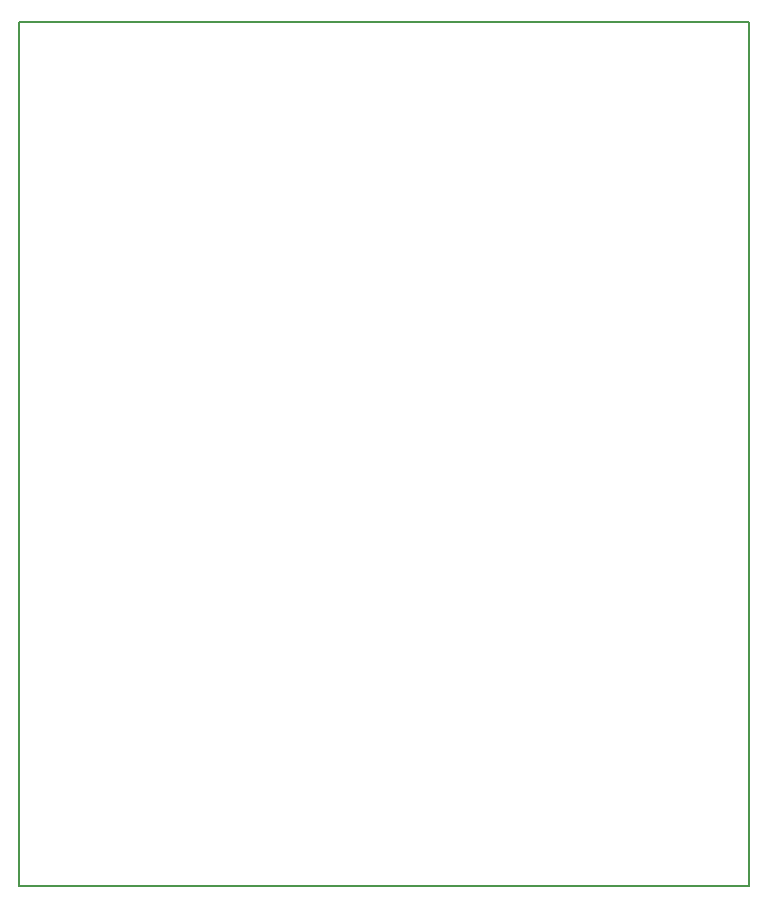
<source format=gbr>
G04 (created by PCBNEW (2013-07-07 BZR 4022)-stable) date 22/02/2014 22:22:10*
%MOIN*%
G04 Gerber Fmt 3.4, Leading zero omitted, Abs format*
%FSLAX34Y34*%
G01*
G70*
G90*
G04 APERTURE LIST*
%ADD10C,0.00590551*%
G04 APERTURE END LIST*
G54D10*
X58662Y-32850D02*
X58662Y-61650D01*
X34337Y-32850D02*
X34337Y-61650D01*
X58662Y-32850D02*
X34337Y-32850D01*
X34337Y-61650D02*
X58662Y-61650D01*
M02*

</source>
